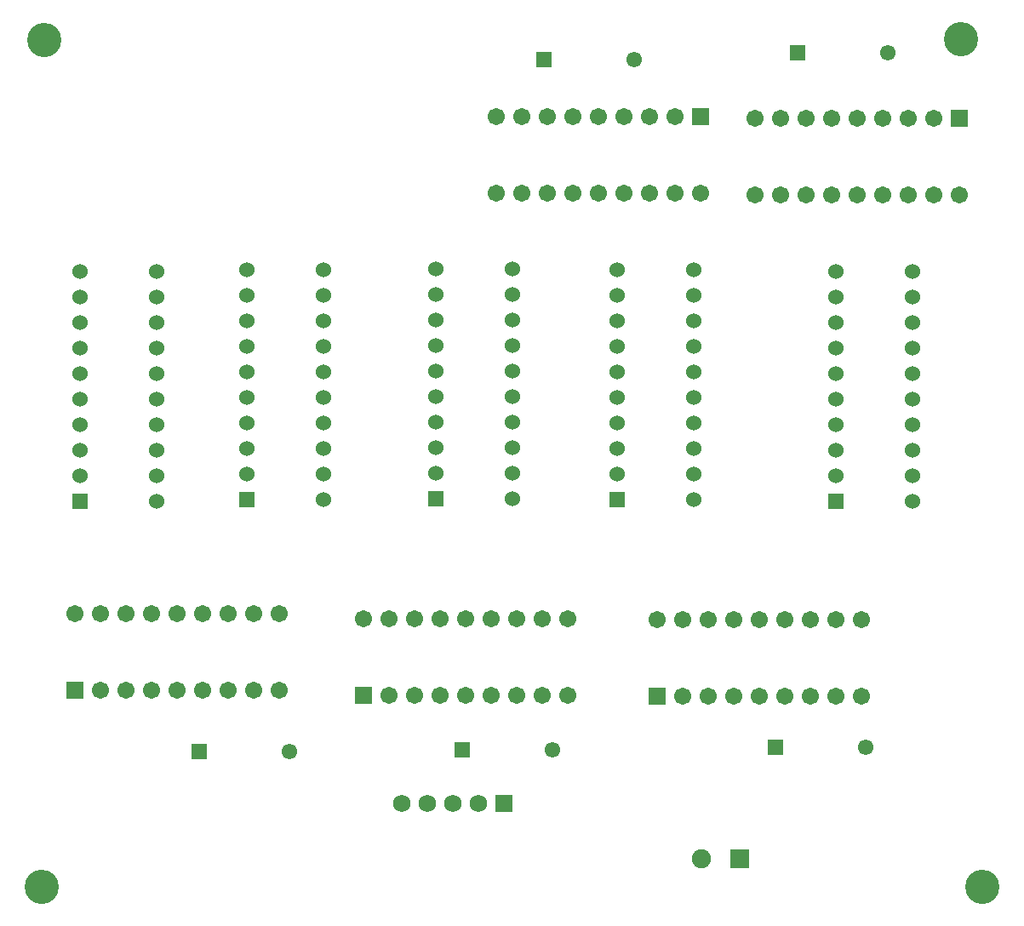
<source format=gts>
G04*
G04 #@! TF.GenerationSoftware,Altium Limited,Altium Designer,25.2.1 (25)*
G04*
G04 Layer_Color=8388736*
%FSLAX25Y25*%
%MOIN*%
G70*
G04*
G04 #@! TF.SameCoordinates,F99C0EAD-8B59-483C-989D-22E72BE8A830*
G04*
G04*
G04 #@! TF.FilePolarity,Negative*
G04*
G01*
G75*
%ADD14C,0.13398*%
%ADD15C,0.07493*%
%ADD16R,0.07493X0.07493*%
%ADD17R,0.06706X0.06706*%
%ADD18C,0.06706*%
%ADD19C,0.06115*%
%ADD20R,0.06115X0.06115*%
%ADD21C,0.06000*%
%ADD22R,0.06000X0.06000*%
%ADD23R,0.06902X0.06902*%
%ADD24C,0.06902*%
D14*
X498000Y471000D02*
D03*
X139000Y470500D02*
D03*
X506500Y139000D02*
D03*
X138000D02*
D03*
D15*
X396500Y150000D02*
D03*
D16*
X411500D02*
D03*
D17*
X497500Y440000D02*
D03*
X151000Y216000D02*
D03*
X379000Y213500D02*
D03*
X264000Y214000D02*
D03*
X396000Y440500D02*
D03*
D18*
X487500Y440000D02*
D03*
X477500D02*
D03*
X467500D02*
D03*
X457500D02*
D03*
X447500D02*
D03*
X437500D02*
D03*
X427500D02*
D03*
X417500D02*
D03*
X497500Y410000D02*
D03*
X487500D02*
D03*
X477500D02*
D03*
X467500D02*
D03*
X457500D02*
D03*
X447500D02*
D03*
X437500D02*
D03*
X427500D02*
D03*
X417500D02*
D03*
X231000Y246000D02*
D03*
X221000D02*
D03*
X211000D02*
D03*
X201000D02*
D03*
X191000D02*
D03*
X181000D02*
D03*
X171000D02*
D03*
X161000D02*
D03*
X151000D02*
D03*
X231000Y216000D02*
D03*
X221000D02*
D03*
X211000D02*
D03*
X201000D02*
D03*
X191000D02*
D03*
X181000D02*
D03*
X171000D02*
D03*
X161000D02*
D03*
X389000Y213500D02*
D03*
X399000D02*
D03*
X409000D02*
D03*
X419000D02*
D03*
X429000D02*
D03*
X439000D02*
D03*
X449000D02*
D03*
X459000D02*
D03*
X379000Y243500D02*
D03*
X389000D02*
D03*
X399000D02*
D03*
X409000D02*
D03*
X419000D02*
D03*
X429000D02*
D03*
X439000D02*
D03*
X449000D02*
D03*
X459000D02*
D03*
X274000Y214000D02*
D03*
X284000D02*
D03*
X294000D02*
D03*
X304000D02*
D03*
X314000D02*
D03*
X324000D02*
D03*
X334000D02*
D03*
X344000D02*
D03*
X264000Y244000D02*
D03*
X274000D02*
D03*
X284000D02*
D03*
X294000D02*
D03*
X304000D02*
D03*
X314000D02*
D03*
X324000D02*
D03*
X334000D02*
D03*
X344000D02*
D03*
X386000Y440500D02*
D03*
X376000D02*
D03*
X366000D02*
D03*
X356000D02*
D03*
X346000D02*
D03*
X336000D02*
D03*
X326000D02*
D03*
X316000D02*
D03*
X396000Y410500D02*
D03*
X386000D02*
D03*
X376000D02*
D03*
X366000D02*
D03*
X356000D02*
D03*
X346000D02*
D03*
X336000D02*
D03*
X326000D02*
D03*
X316000D02*
D03*
D19*
X460716Y193500D02*
D03*
X370216Y463000D02*
D03*
X338216Y192500D02*
D03*
X469433Y465500D02*
D03*
X235216Y192000D02*
D03*
D20*
X425283Y193500D02*
D03*
X334784Y463000D02*
D03*
X302783Y192500D02*
D03*
X434000Y465500D02*
D03*
X199784Y192000D02*
D03*
D21*
X248500Y290500D02*
D03*
Y300500D02*
D03*
Y310500D02*
D03*
Y320500D02*
D03*
Y330500D02*
D03*
Y340500D02*
D03*
Y350500D02*
D03*
Y360500D02*
D03*
Y370500D02*
D03*
Y380500D02*
D03*
X218500D02*
D03*
Y370500D02*
D03*
Y360500D02*
D03*
Y350500D02*
D03*
Y340500D02*
D03*
Y330500D02*
D03*
Y320500D02*
D03*
Y310500D02*
D03*
Y300500D02*
D03*
X292500Y301000D02*
D03*
Y311000D02*
D03*
Y321000D02*
D03*
Y331000D02*
D03*
Y341000D02*
D03*
Y351000D02*
D03*
Y361000D02*
D03*
Y371000D02*
D03*
Y381000D02*
D03*
X322500D02*
D03*
Y371000D02*
D03*
Y361000D02*
D03*
Y351000D02*
D03*
Y341000D02*
D03*
Y331000D02*
D03*
Y321000D02*
D03*
Y311000D02*
D03*
Y301000D02*
D03*
Y291000D02*
D03*
X363500Y300500D02*
D03*
Y310500D02*
D03*
Y320500D02*
D03*
Y330500D02*
D03*
Y340500D02*
D03*
Y350500D02*
D03*
Y360500D02*
D03*
Y370500D02*
D03*
Y380500D02*
D03*
X393500D02*
D03*
Y370500D02*
D03*
Y360500D02*
D03*
Y350500D02*
D03*
Y340500D02*
D03*
Y330500D02*
D03*
Y320500D02*
D03*
Y310500D02*
D03*
Y300500D02*
D03*
Y290500D02*
D03*
X183000Y290000D02*
D03*
Y300000D02*
D03*
Y310000D02*
D03*
Y320000D02*
D03*
Y330000D02*
D03*
Y340000D02*
D03*
Y350000D02*
D03*
Y360000D02*
D03*
Y370000D02*
D03*
Y380000D02*
D03*
X153000D02*
D03*
Y370000D02*
D03*
Y360000D02*
D03*
Y350000D02*
D03*
Y340000D02*
D03*
Y330000D02*
D03*
Y320000D02*
D03*
Y310000D02*
D03*
Y300000D02*
D03*
X479000Y290000D02*
D03*
Y300000D02*
D03*
Y310000D02*
D03*
Y320000D02*
D03*
Y330000D02*
D03*
Y340000D02*
D03*
Y350000D02*
D03*
Y360000D02*
D03*
Y370000D02*
D03*
Y380000D02*
D03*
X449000D02*
D03*
Y370000D02*
D03*
Y360000D02*
D03*
Y350000D02*
D03*
Y340000D02*
D03*
Y330000D02*
D03*
Y320000D02*
D03*
Y310000D02*
D03*
Y300000D02*
D03*
D22*
X218500Y290500D02*
D03*
X292500Y291000D02*
D03*
X363500Y290500D02*
D03*
X153000Y290000D02*
D03*
X449000D02*
D03*
D23*
X319000Y171500D02*
D03*
D24*
X309000D02*
D03*
X299000D02*
D03*
X289000D02*
D03*
X279000D02*
D03*
M02*

</source>
